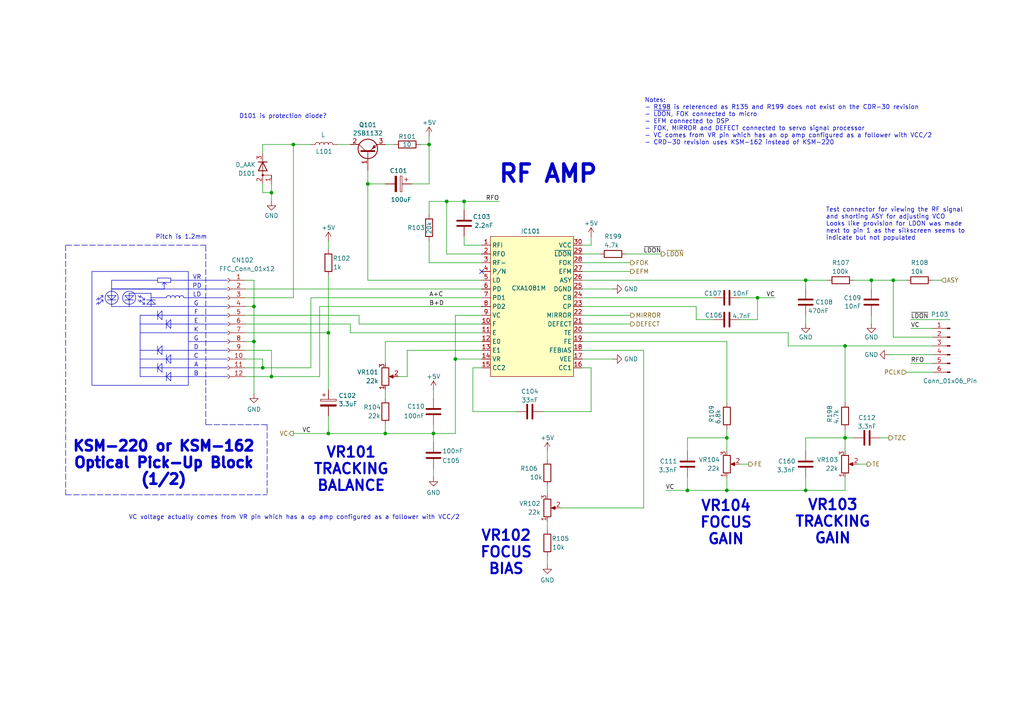
<source format=kicad_sch>
(kicad_sch (version 20231120) (generator "eeschema") (generator_version "8.0")
  (paper "A4")
  (title_block (title "PC-Engine CDR-30A (CD-ROM2) MAIN PWR Reproduction") (date "2025-02-23") (rev "0.1") (company "Author: Regis Galland"))
  (lib_symbols
    (symbol "Connector:Conn_01x06_Pin" (pin_names (offset 1.016) hide)
      (property "Reference" "J" (at 0 7.62 0))
      (property "Value" "Conn_01x06_Pin" (at 0 -10.16 0))
      (symbol "Conn_01x06_Pin_1_1"
        (polyline (pts (xy 1.27 -7.62) (xy 0.8636 -7.62)) (stroke (width 0.1524)))
        (polyline (pts (xy 1.27 -5.08) (xy 0.8636 -5.08)) (stroke (width 0.1524)))
        (polyline (pts (xy 1.27 -2.54) (xy 0.8636 -2.54)) (stroke (width 0.1524)))
        (polyline (pts (xy 1.27 0) (xy 0.8636 0)) (stroke (width 0.1524)))
        (polyline (pts (xy 1.27 2.54) (xy 0.8636 2.54)) (stroke (width 0.1524)))
        (polyline (pts (xy 1.27 5.08) (xy 0.8636 5.08)) (stroke (width 0.1524)))
        (rectangle (start 0.8636 -7.493) (end 0 -7.747) (stroke (width 0.1524)) (fill (type outline)))
        (rectangle (start 0.8636 -4.953) (end 0 -5.207) (stroke (width 0.1524)) (fill (type outline)))
        (rectangle (start 0.8636 -2.413) (end 0 -2.667) (stroke (width 0.1524)) (fill (type outline)))
        (rectangle (start 0.8636 0.127) (end 0 -0.127) (stroke (width 0.1524)) (fill (type outline)))
        (rectangle (start 0.8636 2.667) (end 0 2.413) (stroke (width 0.1524)) (fill (type outline)))
        (rectangle (start 0.8636 5.207) (end 0 4.953) (stroke (width 0.1524)) (fill (type outline)))
        (pin passive line (at 5.08 5.08 180) (length 3.81) (name "Pin_1") (number "1"))
        (pin passive line (at 5.08 2.54 180) (length 3.81) (name "Pin_2") (number "2"))
        (pin passive line (at 5.08 0 180) (length 3.81) (name "Pin_3") (number "3"))
        (pin passive line (at 5.08 -2.54 180) (length 3.81) (name "Pin_4") (number "4"))
        (pin passive line (at 5.08 -5.08 180) (length 3.81) (name "Pin_5") (number "5"))
        (pin passive line (at 5.08 -7.62 180) (length 3.81) (name "Pin_6") (number "6"))
      )
    )
    (symbol "Device:C" (pin_numbers hide) (pin_names (offset 0.254))
      (property "Reference" "C" (at 0.635 2.54 0))
      (property "Value" "C" (at 0.635 -2.54 0))
      (symbol "C_0_1"
        (polyline (pts (xy -2.032 -0.762) (xy 2.032 -0.762)) (stroke (width 0.508)))
        (polyline (pts (xy -2.032 0.762) (xy 2.032 0.762)) (stroke (width 0.508)))
      )
      (symbol "C_1_1"
        (pin passive line (at 0 3.81 270) (length 2.794) (name "~") (number "1"))
        (pin passive line (at 0 -3.81 90) (length 2.794) (name "~") (number "2"))
      )
    )
    (symbol "Device:C_Polarized" (pin_numbers hide) (pin_names (offset 0.254))
      (property "Reference" "C" (at 0.635 2.54 0))
      (property "Value" "C_Polarized" (at 0.635 -2.54 0))
      (symbol "C_Polarized_0_1"
        (rectangle (start -2.286 0.508) (end 2.286 1.016))
        (polyline (pts (xy -1.778 2.286) (xy -0.762 2.286)))
        (polyline (pts (xy -1.27 2.794) (xy -1.27 1.778)))
        (rectangle (start 2.286 -0.508) (end -2.286 -1.016) (fill (type outline)))
      )
      (symbol "C_Polarized_1_1"
        (pin passive line (at 0 3.81 270) (length 2.794) (name "~") (number "1"))
        (pin passive line (at 0 -3.81 90) (length 2.794) (name "~") (number "2"))
      )
    )
    (symbol "Device:D_AAK" (pin_names (offset 0) hide)
      (property "Reference" "D" (at 0 2.54 0))
      (property "Value" "D_AAK" (at 0 -2.54 0))
      (symbol "D_AAK_0_1"
        (polyline (pts (xy -1.27 1.27) (xy -1.27 -1.27)) (stroke (width 0.254)))
        (polyline (pts (xy 1.27 1.27) (xy 1.27 -1.27) (xy -1.27 0) (xy 1.27 1.27)) (stroke (width 0.254)))
        (polyline (pts (xy 3.81 2.54) (xy 2.54 2.54) (xy 2.54 0) (xy -1.27 0)))
        (circle (center 2.54 0) (radius 0.254) (fill (type outline)))
      )
      (symbol "D_AAK_1_1"
        (pin passive line (at 5.08 2.54 180) (length 2.54) (name "A") (number "1"))
        (pin passive line (at 5.08 0 180) (length 2.54) (name "A") (number "2"))
        (pin passive line (at -3.81 0 0) (length 2.54) (name "K") (number "3"))
      )
    )
    (symbol "Device:L" (pin_numbers hide) (pin_names (offset 1.016) hide)
      (property "Reference" "L" (at -1.27 0 90))
      (property "Value" "L" (at 1.905 0 90))
      (symbol "L_0_1"
        (arc (start 0 -2.54) (mid 0.6323 -1.905) (end 0 -1.27))
        (arc (start 0 -1.27) (mid 0.6323 -0.635) (end 0 0))
        (arc (start 0 0) (mid 0.6323 0.635) (end 0 1.27))
        (arc (start 0 1.27) (mid 0.6323 1.905) (end 0 2.54))
      )
      (symbol "L_1_1"
        (pin passive line (at 0 3.81 270) (length 1.27) (name "1") (number "1"))
        (pin passive line (at 0 -3.81 90) (length 1.27) (name "2") (number "2"))
      )
    )
    (symbol "Device:R" (pin_numbers hide) (pin_names (offset 0))
      (property "Reference" "R" (at 2.032 0 90))
      (property "Value" "R" (at 0 0 90))
      (symbol "R_0_1"
        (rectangle (start -1.016 -2.54) (end 1.016 2.54) (stroke (width 0.254)))
      )
      (symbol "R_1_1"
        (pin passive line (at 0 3.81 270) (length 1.27) (name "~") (number "1"))
        (pin passive line (at 0 -3.81 90) (length 1.27) (name "~") (number "2"))
      )
    )
    (symbol "Device:R_Potentiometer" (pin_names (offset 1.016) hide)
      (property "Reference" "RV" (at -4.445 0 90))
      (property "Value" "R_Potentiometer" (at -2.54 0 90))
      (symbol "R_Potentiometer_0_1"
        (polyline (pts (xy 2.54 0) (xy 1.524 0)))
        (polyline (pts (xy 1.143 0) (xy 2.286 0.508) (xy 2.286 -0.508) (xy 1.143 0)) (fill (type outline)))
        (rectangle (start 1.016 2.54) (end -1.016 -2.54) (stroke (width 0.254)))
      )
      (symbol "R_Potentiometer_1_1"
        (pin passive line (at 0 3.81 270) (length 1.27) (name "1") (number "1"))
        (pin passive line (at 3.81 0 180) (length 1.27) (name "2") (number "2"))
        (pin passive line (at 0 -3.81 90) (length 1.27) (name "3") (number "3"))
      )
    )
    (symbol "PC-Engine_CDR-30:2SB1132" (pin_names hide)
      (property "Reference" "Q" (at 10.668 1.016 0))
      (property "Value" "2SB1132" (at 13.716 -1.27 0))
      (symbol "2SB1132_0_1"
        (polyline (pts (xy 5.08 0) (xy 5.715 0)))
        (polyline (pts (xy 7.62 -2.54) (xy 5.715 -0.635)))
        (polyline (pts (xy 7.62 2.54) (xy 5.715 0.635)))
        (polyline (pts (xy 5.715 1.905) (xy 5.715 -1.905) (xy 5.715 -1.905)) (stroke (width 0.508)) (fill (type outline)))
        (polyline (pts (xy 6.858 -2.286) (xy 7.366 -1.778) (xy 6.35 -1.27) (xy 6.858 -2.286) (xy 6.858 -2.286)) (fill (type outline)))
        (circle (center 6.35 0) (radius 2.8194) (stroke (width 0.254)))
      )
      (symbol "2SB1132_1_1"
        (pin input line (at 0 0 0) (length 5.08) (name "B") (number "1"))
        (pin passive line (at 7.62 5.08 270) (length 2.54) (name "C") (number "2"))
        (pin passive line (at 7.62 -5.08 90) (length 2.54) (name "E") (number "3"))
      )
    )
    (symbol "PC-Engine_CDR-30:CXA1081M"
      (property "Reference" "IC" (at -0.635 40.005 0))
      (property "Value" "CXA1081M" (at 7.62 4.445 0))
      (symbol "CXA1081M_0_0"
        (rectangle (start 2.54 2.54) (end 26.67 -38.1) (stroke (width 0.1524)) (fill (type background)))
      )
      (symbol "CXA1081M_1_1"
        (pin input line (at 0 0 0) (length 2.54) (name "RFI") (number "1"))
        (pin input line (at 0 -22.86 0) (length 2.54) (name "F") (number "10"))
        (pin input line (at 0 -25.4 0) (length 2.54) (name "E") (number "11"))
        (pin output line (at 0 -27.94 0) (length 2.54) (name "E0") (number "12"))
        (pin input line (at 0 -30.48 0) (length 2.54) (name "E1") (number "13"))
        (pin power_out line (at 0 -33.02 0) (length 2.54) (name "VR") (number "14"))
        (pin input line (at 0 -35.56 0) (length 2.54) (name "CC2") (number "15"))
        (pin input line (at 29.21 -35.56 180) (length 2.54) (name "CC1") (number "16"))
        (pin power_in line (at 29.21 -33.02 180) (length 2.54) (name "VEE") (number "17"))
        (pin input line (at 29.21 -30.48 180) (length 2.54) (name "FEBIAS") (number "18"))
        (pin output line (at 29.21 -27.94 180) (length 2.54) (name "FE") (number "19"))
        (pin output line (at 0 -2.54 0) (length 2.54) (name "RFO") (number "2"))
        (pin output line (at 29.21 -25.4 180) (length 2.54) (name "TE") (number "20"))
        (pin output line (at 29.21 -22.86 180) (length 2.54) (name "DEFECT") (number "21"))
        (pin input line (at 29.21 -20.32 180) (length 2.54) (name "MIRROR") (number "22"))
        (pin input line (at 29.21 -17.78 180) (length 2.54) (name "CP") (number "23"))
        (pin input line (at 29.21 -15.24 180) (length 2.54) (name "CB") (number "24"))
        (pin power_in line (at 29.21 -12.7 180) (length 2.54) (name "DGND") (number "25"))
        (pin input line (at 29.21 -10.16 180) (length 2.54) (name "ASY") (number "26"))
        (pin output line (at 29.21 -7.62 180) (length 2.54) (name "EFM") (number "27"))
        (pin input line (at 29.21 -5.08 180) (length 2.54) (name "FOK") (number "28"))
        (pin input line (at 29.21 -2.54 180) (length 2.54) (name "~{LDON}") (number "29"))
        (pin input line (at 0 -5.08 0) (length 2.54) (name "RF-") (number "3"))
        (pin power_in line (at 29.21 0 180) (length 2.54) (name "VCC") (number "30"))
        (pin input line (at 0 -7.62 0) (length 2.54) (name "P/N") (number "4"))
        (pin output line (at 0 -10.16 0) (length 2.54) (name "LD") (number "5"))
        (pin input line (at 0 -12.7 0) (length 2.54) (name "PD") (number "6"))
        (pin input line (at 0 -15.24 0) (length 2.54) (name "PD1") (number "7"))
        (pin input line (at 0 -17.78 0) (length 2.54) (name "PD2") (number "8"))
        (pin power_in line (at 0 -20.32 0) (length 2.54) (name "VC") (number "9"))
      )
    )
    (symbol "PC-Engine_CDR-30:FFC_Conn_01x12" (pin_names (offset 1.016) hide)
      (property "Reference" "J" (at 0 15.24 0))
      (property "Value" "FFC_Conn_01x12" (at 0 -17.78 0))
      (symbol "FFC_Conn_01x12_1_1"
        (arc (start 0 -14.732) (mid -0.5058 -15.24) (end 0 -15.748) (stroke (width 0.1524)))
        (arc (start 0 -12.192) (mid -0.5058 -12.7) (end 0 -13.208) (stroke (width 0.1524)))
        (arc (start 0 -9.652) (mid -0.5058 -10.16) (end 0 -10.668) (stroke (width 0.1524)))
        (arc (start 0 -7.112) (mid -0.5058 -7.62) (end 0 -8.128) (stroke (width 0.1524)))
        (arc (start 0 -4.572) (mid -0.5058 -5.08) (end 0 -5.588) (stroke (width 0.1524)))
        (arc (start 0 -2.032) (mid -0.5058 -2.54) (end 0 -3.048) (stroke (width 0.1524)))
        (polyline (pts (xy -1.27 -15.24) (xy -0.508 -15.24)) (stroke (width 0.1524)))
        (polyline (pts (xy -1.27 -12.7) (xy -0.508 -12.7)) (stroke (width 0.1524)))
        (polyline (pts (xy -1.27 -10.16) (xy -0.508 -10.16)) (stroke (width 0.1524)))
        (polyline (pts (xy -1.27 -7.62) (xy -0.508 -7.62)) (stroke (width 0.1524)))
        (polyline (pts (xy -1.27 -5.08) (xy -0.508 -5.08)) (stroke (width 0.1524)))
        (polyline (pts (xy -1.27 -2.54) (xy -0.508 -2.54)) (stroke (width 0.1524)))
        (polyline (pts (xy -1.27 0) (xy -0.508 0)) (stroke (width 0.1524)))
        (polyline (pts (xy -1.27 2.54) (xy -0.508 2.54)) (stroke (width 0.1524)))
        (polyline (pts (xy -1.27 5.08) (xy -0.508 5.08)) (stroke (width 0.1524)))
        (polyline (pts (xy -1.27 7.62) (xy -0.508 7.62)) (stroke (width 0.1524)))
        (polyline (pts (xy -1.27 10.16) (xy -0.508 10.16)) (stroke (width 0.1524)))
        (polyline (pts (xy -1.27 12.7) (xy -0.508 12.7)) (stroke (width 0.1524)))
        (arc (start 0 0.508) (mid -0.5058 0) (end 0 -0.508) (stroke (width 0.1524)))
        (arc (start 0 3.048) (mid -0.5058 2.54) (end 0 2.032) (stroke (width 0.1524)))
        (arc (start 0 5.588) (mid -0.5058 5.08) (end 0 4.572) (stroke (width 0.1524)))
        (arc (start 0 8.128) (mid -0.5058 7.62) (end 0 7.112) (stroke (width 0.1524)))
        (arc (start 0 10.668) (mid -0.5058 10.16) (end 0 9.652) (stroke (width 0.1524)))
        (arc (start 0 13.208) (mid -0.5058 12.7) (end 0 12.192) (stroke (width 0.1524)))
        (pin passive line (at -5.08 12.7 0) (length 3.81) (name "Pin_1") (number "1"))
        (pin passive line (at -5.08 -10.16 0) (length 3.81) (name "Pin_10") (number "10"))
        (pin passive line (at -5.08 -12.7 0) (length 3.81) (name "Pin_11") (number "11"))
        (pin passive line (at -5.08 -15.24 0) (length 3.81) (name "Pin_12") (number "12"))
        (pin passive line (at -5.08 10.16 0) (length 3.81) (name "Pin_2") (number "2"))
        (pin passive line (at -5.08 7.62 0) (length 3.81) (name "Pin_3") (number "3"))
        (pin passive line (at -5.08 5.08 0) (length 3.81) (name "Pin_4") (number "4"))
        (pin passive line (at -5.08 2.54 0) (length 3.81) (name "Pin_5") (number "5"))
        (pin passive line (at -5.08 0 0) (length 3.81) (name "Pin_6") (number "6"))
        (pin passive line (at -5.08 -2.54 0) (length 3.81) (name "Pin_7") (number "7"))
        (pin passive line (at -5.08 -5.08 0) (length 3.81) (name "Pin_8") (number "8"))
        (pin passive line (at -5.08 -7.62 0) (length 3.81) (name "Pin_9") (number "9"))
      )
    )
    (symbol "power:+5V" (power) (pin_numbers hide) (pin_names (offset 0) hide)
      (property "Value" "+5V" (at 0 3.556 0))
      (symbol "+5V_0_1"
        (polyline (pts (xy -0.762 1.27) (xy 0 2.54)))
        (polyline (pts (xy 0 0) (xy 0 2.54)))
        (polyline (pts (xy 0 2.54) (xy 0.762 1.27)))
      )
      (symbol "+5V_1_1"
        (pin power_in line (at 0 0 90) (length 0) (name "~") (number "1"))
      )
    )
    (symbol "power:GND" (power) (pin_numbers hide) (pin_names (offset 0) hide)
      (property "Value" "GND" (at 0 -3.81 0))
      (symbol "GND_0_1"
        (polyline (pts (xy 0 0) (xy 0 -1.27) (xy 1.27 -1.27) (xy 0 -2.54) (xy -1.27 -1.27) (xy 0 -1.27)))
      )
      (symbol "GND_1_1"
        (pin power_in line (at 0 0 270) (length 0) (name "~") (number "1"))
      )
    )
  )
  (junction (at 76.2 106.68))
  (junction (at 111.76 125.73))
  (junction (at 106.68 53.34))
  (junction (at 132.08 104.14))
  (junction (at 245.11 100.33))
  (junction (at 129.54 58.42))
  (junction (at 233.68 142.24))
  (junction (at 210.82 127))
  (junction (at 78.74 55.88))
  (junction (at 219.71 86.36))
  (junction (at 199.39 142.24))
  (junction (at 78.74 109.22))
  (junction (at 125.73 125.73))
  (junction (at 73.66 88.9))
  (junction (at 95.25 96.52))
  (junction (at 210.82 142.24))
  (junction (at 134.62 58.42))
  (junction (at 233.68 81.28))
  (junction (at 245.11 127))
  (junction (at 85.09 41.91))
  (junction (at 252.73 81.28))
  (junction (at 95.25 125.73))
  (junction (at 124.46 41.91))
  (junction (at 259.08 81.28))
  (junction (at 73.66 99.06))
  (no_connect (at 139.7 78.74))
  (polyline (pts (xy 41.275 88.265) (xy 41.91 88.265)))
  (wire (pts (xy 134.62 71.12) (xy 139.7 71.12)))
  (wire (pts (xy 158.75 130.81) (xy 158.75 133.35)))
  (wire (pts (xy 104.14 91.44) (xy 71.12 91.44)))
  (wire (pts (xy 158.75 140.97) (xy 158.75 143.51)))
  (wire (pts (xy 106.68 53.34) (xy 106.68 81.28)))
  (wire (pts (xy 106.68 53.34) (xy 111.76 53.34)))
  (polyline (pts (xy 19.05 71.12) (xy 19.05 143.51)) (stroke (width 0) (type dash)))
  (polyline (pts (xy 32.385 88.9) (xy 54.61 88.9)))
  (wire (pts (xy 124.46 53.34) (xy 119.38 53.34)))
  (polyline (pts (xy 45.085 88.265) (xy 42.545 88.265)))
  (polyline (pts (xy 32.385 83.82) (xy 32.385 88.9)))
  (wire (pts (xy 168.91 99.06) (xy 210.82 99.06)))
  (wire (pts (xy 111.76 125.73) (xy 111.76 123.19)))
  (polyline (pts (xy 59.69 71.12) (xy 19.05 71.12)) (stroke (width 0) (type dash)))
  (wire (pts (xy 210.82 142.24) (xy 233.68 142.24)))
  (wire (pts (xy 71.12 106.68) (xy 76.2 106.68)))
  (wire (pts (xy 111.76 125.73) (xy 125.73 125.73)))
  (wire (pts (xy 125.73 125.73) (xy 125.73 128.27)))
  (polyline (pts (xy 37.465 86.995) (xy 36.195 85.725)))
  (wire (pts (xy 134.62 58.42) (xy 144.78 58.42)))
  (polyline (pts (xy 66.04 109.22) (xy 40.64 109.22)))
  (polyline (pts (xy 47.625 81.915) (xy 47.625 83.82)))
  (polyline (pts (xy 41.275 86.995) (xy 41.91 86.995)))
  (wire (pts (xy 255.27 127) (xy 257.81 127)))
  (wire (pts (xy 73.66 81.28) (xy 71.12 81.28)))
  (polyline (pts (xy 40.64 93.98) (xy 66.04 93.98)))
  (polyline (pts (xy 45.72 91.44) (xy 46.99 92.71)))
  (wire (pts (xy 248.92 134.62) (xy 251.46 134.62)))
  (wire (pts (xy 245.11 138.43) (xy 245.11 142.24)))
  (polyline (pts (xy 32.385 86.995) (xy 33.655 85.725)))
  (polyline (pts (xy 41.91 88.265) (xy 41.91 87.63)))
  (polyline (pts (xy 40.64 104.14) (xy 66.04 104.14)))
  (polyline (pts (xy 31.115 86.995) (xy 33.655 86.995)))
  (wire (pts (xy 182.88 78.74) (xy 168.91 78.74)))
  (wire (pts (xy 259.08 81.28) (xy 262.89 81.28)))
  (wire (pts (xy 214.63 86.36) (xy 219.71 86.36)))
  (polyline (pts (xy 48.26 102.87) (xy 48.26 105.41)))
  (wire (pts (xy 132.08 104.14) (xy 132.08 125.73)))
  (polyline (pts (xy 45.72 106.68) (xy 46.99 105.41)))
  (polyline (pts (xy 40.64 99.06) (xy 40.64 91.44)))
  (wire (pts (xy 90.17 86.36) (xy 139.7 86.36)))
  (wire (pts (xy 124.46 69.85) (xy 124.46 76.2)))
  (polyline (pts (xy 48.26 92.71) (xy 48.26 95.25)))
  (wire (pts (xy 124.46 41.91) (xy 121.92 41.91)))
  (polyline (pts (xy 43.815 86.995) (xy 45.085 88.265)))
  (wire (pts (xy 199.39 127) (xy 199.39 130.81)))
  (polyline (pts (xy 28.575 88.265) (xy 29.845 86.995)))
  (wire (pts (xy 270.51 81.28) (xy 273.05 81.28)))
  (wire (pts (xy 73.66 88.9) (xy 73.66 99.06)))
  (wire (pts (xy 182.88 93.98) (xy 168.91 93.98)))
  (wire (pts (xy 129.54 73.66) (xy 139.7 73.66)))
  (wire (pts (xy 168.91 88.9) (xy 201.93 88.9)))
  (wire (pts (xy 247.65 81.28) (xy 252.73 81.28)))
  (wire (pts (xy 111.76 41.91) (xy 114.3 41.91)))
  (wire (pts (xy 78.74 58.42) (xy 78.74 55.88)))
  (wire (pts (xy 132.08 125.73) (xy 125.73 125.73)))
  (wire (pts (xy 129.54 58.42) (xy 124.46 58.42)))
  (wire (pts (xy 210.82 124.46) (xy 210.82 127)))
  (wire (pts (xy 76.2 41.91) (xy 85.09 41.91)))
  (wire (pts (xy 124.46 58.42) (xy 124.46 62.23)))
  (polyline (pts (xy 46.99 82.55) (xy 47.625 81.915)))
  (wire (pts (xy 210.82 99.06) (xy 210.82 116.84)))
  (wire (pts (xy 101.6 93.98) (xy 101.6 96.52)))
  (polyline (pts (xy 77.47 123.19) (xy 59.69 123.19)) (stroke (width 0) (type dash)))
  (polyline (pts (xy 28.575 86.995) (xy 29.845 85.725)))
  (wire (pts (xy 71.12 109.22) (xy 78.74 109.22)))
  (polyline (pts (xy 66.04 83.82) (xy 32.385 83.82)))
  (wire (pts (xy 158.75 151.13) (xy 158.75 153.67)))
  (wire (pts (xy 252.73 93.98) (xy 252.73 91.44)))
  (polyline (pts (xy 29.21 86.995) (xy 29.845 86.995)))
  (polyline (pts (xy 29.845 85.725) (xy 29.845 86.36)))
  (polyline (pts (xy 31.115 85.725) (xy 33.655 85.725)))
  (wire (pts (xy 207.01 92.71) (xy 201.93 92.71)))
  (polyline (pts (xy 27.94 86.995) (xy 28.575 86.36)))
  (polyline (pts (xy 40.64 91.44) (xy 66.04 91.44)))
  (wire (pts (xy 182.88 91.44) (xy 168.91 91.44)))
  (polyline (pts (xy 43.815 85.09) (xy 43.815 86.36)))
  (wire (pts (xy 264.16 95.25) (xy 270.51 95.25)))
  (polyline (pts (xy 49.53 81.28) (xy 66.04 81.28)))
  (polyline (pts (xy 28.575 86.36) (xy 28.575 86.995)))
  (polyline (pts (xy 45.72 105.41) (xy 45.72 107.95)))
  (wire (pts (xy 139.7 106.68) (xy 137.16 106.68)))
  (wire (pts (xy 139.7 99.06) (xy 111.76 99.06)))
  (polyline (pts (xy 40.64 106.68) (xy 66.04 106.68)))
  (polyline (pts (xy 37.465 85.09) (xy 37.465 88.9)))
  (polyline (pts (xy 45.72 106.68) (xy 46.99 107.95)))
  (wire (pts (xy 245.11 100.33) (xy 270.51 100.33)))
  (wire (pts (xy 71.12 93.98) (xy 101.6 93.98)))
  (wire (pts (xy 106.68 81.28) (xy 139.7 81.28)))
  (polyline (pts (xy 43.815 86.995) (xy 42.545 88.265)))
  (polyline (pts (xy 29.21 85.725) (xy 29.845 85.725)))
  (wire (pts (xy 252.73 81.28) (xy 252.73 83.82)))
  (polyline (pts (xy 46.99 100.33) (xy 46.99 102.87)))
  (polyline (pts (xy 37.465 85.09) (xy 43.815 85.09)))
  (wire (pts (xy 71.12 83.82) (xy 139.7 83.82)))
  (wire (pts (xy 76.2 104.14) (xy 76.2 106.68)))
  (wire (pts (xy 71.12 88.9) (xy 73.66 88.9)))
  (wire (pts (xy 111.76 115.57) (xy 111.76 113.03)))
  (polyline (pts (xy 29.845 86.995) (xy 29.845 87.63)))
  (polyline (pts (xy 32.385 83.82) (xy 47.625 83.82)))
  (polyline (pts (xy 36.195 86.995) (xy 38.735 86.995)))
  (wire (pts (xy 85.09 125.73) (xy 95.25 125.73)))
  (wire (pts (xy 193.04 142.24) (xy 199.39 142.24)))
  (polyline (pts (xy 48.26 104.14) (xy 49.53 102.87)))
  (polyline (pts (xy 54.61 99.06) (xy 66.04 99.06)))
  (polyline (pts (xy 37.465 86.995) (xy 38.735 85.725)))
  (wire (pts (xy 233.68 142.24) (xy 233.68 138.43)))
  (polyline (pts (xy 45.72 100.33) (xy 45.72 102.87)))
  (polyline (pts (xy 43.815 88.9) (xy 43.815 86.36)))
  (wire (pts (xy 210.82 142.24) (xy 210.82 138.43)))
  (wire (pts (xy 157.48 119.38) (xy 171.45 119.38)))
  (wire (pts (xy 118.11 101.6) (xy 139.7 101.6)))
  (polyline (pts (xy 47.625 81.915) (xy 48.26 82.55)))
  (wire (pts (xy 264.16 92.71) (xy 275.59 92.71)))
  (wire (pts (xy 210.82 127) (xy 199.39 127)))
  (wire (pts (xy 233.68 81.28) (xy 233.68 83.82)))
  (wire (pts (xy 132.08 91.44) (xy 132.08 104.14)))
  (wire (pts (xy 124.46 41.91) (xy 124.46 53.34)))
  (wire (pts (xy 173.99 73.66) (xy 168.91 73.66)))
  (wire (pts (xy 139.7 104.14) (xy 132.08 104.14)))
  (wire (pts (xy 137.16 106.68) (xy 137.16 119.38)))
  (wire (pts (xy 168.91 83.82) (xy 177.8 83.82)))
  (wire (pts (xy 106.68 49.53) (xy 106.68 53.34)))
  (polyline (pts (xy 19.05 143.51) (xy 77.47 143.51)) (stroke (width 0) (type dash)))
  (polyline (pts (xy 32.385 81.28) (xy 32.385 83.82)))
  (polyline (pts (xy 28.575 87.63) (xy 28.575 88.265)))
  (polyline (pts (xy 27.94 88.265) (xy 28.575 87.63)))
  (polyline (pts (xy 49.53 107.95) (xy 49.53 110.49)))
  (wire (pts (xy 245.11 124.46) (xy 245.11 127)))
  (polyline (pts (xy 46.99 90.17) (xy 46.99 92.71)))
  (polyline (pts (xy 48.26 93.98) (xy 49.53 92.71)))
  (wire (pts (xy 124.46 76.2) (xy 139.7 76.2)))
  (wire (pts (xy 71.12 104.14) (xy 76.2 104.14)))
  (polyline (pts (xy 40.005 85.725) (xy 40.64 86.36)))
  (wire (pts (xy 73.66 88.9) (xy 73.66 81.28)))
  (polyline (pts (xy 49.53 102.87) (xy 49.53 105.41)))
  (wire (pts (xy 78.74 53.34) (xy 78.74 55.88)))
  (polyline (pts (xy 45.72 101.6) (xy 46.99 102.87)))
  (wire (pts (xy 210.82 130.81) (xy 210.82 127)))
  (polyline (pts (xy 46.99 105.41) (xy 46.99 107.95)))
  (polyline (pts (xy 40.005 86.995) (xy 40.64 87.63)))
  (wire (pts (xy 118.11 101.6) (xy 118.11 109.22)))
  (wire (pts (xy 168.91 104.14) (xy 177.8 104.14)))
  (wire (pts (xy 90.17 106.68) (xy 90.17 86.36)))
  (wire (pts (xy 76.2 41.91) (xy 76.2 44.45)))
  (wire (pts (xy 101.6 96.52) (xy 139.7 96.52)))
  (wire (pts (xy 191.77 73.66) (xy 181.61 73.66)))
  (wire (pts (xy 71.12 96.52) (xy 95.25 96.52)))
  (wire (pts (xy 124.46 39.37) (xy 124.46 41.91)))
  (wire (pts (xy 214.63 92.71) (xy 219.71 92.71)))
  (wire (pts (xy 168.91 81.28) (xy 233.68 81.28)))
  (wire (pts (xy 247.65 127) (xy 245.11 127)))
  (wire (pts (xy 85.09 41.91) (xy 90.17 41.91)))
  (wire (pts (xy 111.76 125.73) (xy 95.25 125.73)))
  (wire (pts (xy 259.08 97.79) (xy 270.51 97.79)))
  (wire (pts (xy 252.73 81.28) (xy 259.08 81.28)))
  (wire (pts (xy 245.11 127) (xy 245.11 130.81)))
  (polyline (pts (xy 40.64 109.22) (xy 40.64 101.6)))
  (wire (pts (xy 134.62 68.58) (xy 134.62 71.12)))
  (wire (pts (xy 168.91 86.36) (xy 207.01 86.36)))
  (wire (pts (xy 264.16 105.41) (xy 270.51 105.41)))
  (wire (pts (xy 104.14 91.44) (xy 104.14 93.98)))
  (wire (pts (xy 199.39 142.24) (xy 210.82 142.24)))
  (wire (pts (xy 73.66 99.06) (xy 73.66 114.3)))
  (wire (pts (xy 168.91 71.12) (xy 171.45 71.12)))
  (wire (pts (xy 201.93 92.71) (xy 201.93 88.9)))
  (wire (pts (xy 78.74 101.6) (xy 71.12 101.6)))
  (wire (pts (xy 245.11 142.24) (xy 233.68 142.24)))
  (wire (pts (xy 95.25 69.85) (xy 95.25 72.39)))
  (wire (pts (xy 78.74 55.88) (xy 76.2 55.88)))
  (wire (pts (xy 97.79 41.91) (xy 101.6 41.91)))
  (wire (pts (xy 245.11 127) (xy 233.68 127)))
  (polyline (pts (xy 45.72 91.44) (xy 46.99 90.17)))
  (wire (pts (xy 76.2 106.68) (xy 90.17 106.68)))
  (polyline (pts (xy 32.385 81.28) (xy 45.72 81.28)))
  (wire (pts (xy 219.71 86.36) (xy 219.71 92.71)))
  (wire (pts (xy 129.54 58.42) (xy 134.62 58.42)))
  (wire (pts (xy 168.91 96.52) (xy 228.6 96.52)))
  (polyline (pts (xy 59.69 123.19) (xy 59.69 71.12)) (stroke (width 0) (type dash)))
  (wire (pts (xy 78.74 101.6) (xy 78.74 109.22)))
  (wire (pts (xy 125.73 135.89) (xy 125.73 138.43)))
  (wire (pts (xy 78.74 109.22) (xy 92.71 109.22)))
  (wire (pts (xy 118.11 109.22) (xy 115.57 109.22)))
  (wire (pts (xy 158.75 161.29) (xy 158.75 163.83)))
  (polyline (pts (xy 45.72 90.17) (xy 45.72 92.71)))
  (wire (pts (xy 76.2 55.88) (xy 76.2 53.34)))
  (polyline (pts (xy 40.64 99.06) (xy 40.64 101.6)))
  (wire (pts (xy 233.68 81.28) (xy 240.03 81.28)))
  (polyline (pts (xy 48.26 104.14) (xy 49.53 105.41)))
  (polyline (pts (xy 40.64 101.6) (xy 66.04 101.6)))
  (wire (pts (xy 134.62 60.96) (xy 134.62 58.42)))
  (polyline (pts (xy 53.34 86.36) (xy 66.04 86.36)))
  (wire (pts (xy 137.16 119.38) (xy 149.86 119.38)))
  (wire (pts (xy 139.7 93.98) (xy 104.14 93.98)))
  (wire (pts (xy 214.63 134.62) (xy 217.17 134.62)))
  (wire (pts (xy 233.68 91.44) (xy 233.68 93.98)))
  (polyline (pts (xy 48.26 109.22) (xy 49.53 107.95)))
  (polyline (pts (xy 40.64 87.63) (xy 40.64 86.995)))
  (wire (pts (xy 245.11 100.33) (xy 245.11 116.84)))
  (wire (pts (xy 219.71 86.36) (xy 224.79 86.36)))
  (wire (pts (xy 171.45 68.58) (xy 171.45 71.12)))
  (wire (pts (xy 139.7 91.44) (xy 132.08 91.44)))
  (wire (pts (xy 182.88 76.2) (xy 168.91 76.2)))
  (wire (pts (xy 259.08 81.28) (xy 259.08 97.79)))
  (wire (pts (xy 71.12 99.06) (xy 73.66 99.06)))
  (wire (pts (xy 95.25 96.52) (xy 95.25 113.03)))
  (wire (pts (xy 168.91 101.6) (xy 186.69 101.6)))
  (wire (pts (xy 125.73 125.73) (xy 125.73 123.19)))
  (polyline (pts (xy 54.61 88.9) (xy 66.04 88.9)))
  (wire (pts (xy 71.12 86.36) (xy 85.09 86.36)))
  (wire (pts (xy 95.25 80.01) (xy 95.25 96.52)))
  (wire (pts (xy 111.76 99.06) (xy 111.76 105.41)))
  (polyline (pts (xy 40.64 85.725) (xy 41.91 86.995)))
  (wire (pts (xy 270.51 102.87) (xy 257.81 102.87)))
  (wire (pts (xy 129.54 58.42) (xy 129.54 73.66)))
  (polyline (pts (xy 48.26 109.22) (xy 49.53 110.49)))
  (polyline (pts (xy 48.26 107.95) (xy 48.26 110.49)))
  (polyline (pts (xy 45.72 101.6) (xy 46.99 100.33)))
  (wire (pts (xy 95.25 120.65) (xy 95.25 125.73)))
  (polyline (pts (xy 36.195 85.725) (xy 38.735 85.725)))
  (wire (pts (xy 233.68 127) (xy 233.68 130.81)))
  (wire (pts (xy 228.6 96.52) (xy 228.6 100.33)))
  (polyline (pts (xy 48.26 93.98) (xy 49.53 95.25)))
  (polyline (pts (xy 43.815 86.36) (xy 48.26 86.36)))
  (polyline (pts (xy 40.64 86.995) (xy 41.91 88.265)))
  (polyline (pts (xy 40.64 96.52) (xy 66.04 96.52)))
  (wire (pts (xy 270.51 107.95) (xy 262.89 107.95)))
  (polyline (pts (xy 40.64 86.36) (xy 40.64 85.725)))
  (wire (pts (xy 162.56 147.32) (xy 186.69 147.32)))
  (wire (pts (xy 85.09 41.91) (xy 85.09 86.36)))
  (polyline (pts (xy 45.085 86.995) (xy 42.545 86.995)))
  (wire (pts (xy 228.6 100.33) (xy 245.11 100.33)))
  (wire (pts (xy 171.45 119.38) (xy 171.45 106.68)))
  (wire (pts (xy 199.39 138.43) (xy 199.39 142.24)))
  (polyline (pts (xy 49.53 92.71) (xy 49.53 95.25)))
  (wire (pts (xy 171.45 106.68) (xy 168.91 106.68)))
  (wire (pts (xy 92.71 109.22) (xy 92.71 88.9)))
  (polyline (pts (xy 41.91 86.995) (xy 41.91 86.36)))
  (wire (pts (xy 125.73 113.03) (xy 125.73 115.57)))
  (polyline (pts (xy 77.47 123.19) (xy 77.47 143.51)) (stroke (width 0) (type dash)))
  (wire (pts (xy 186.69 101.6) (xy 186.69 147.32)))
  (polyline (pts (xy 32.385 86.995) (xy 31.115 85.725)))
  (wire (pts (xy 92.71 88.9) (xy 139.7 88.9)))
  (arc (start 52.07 86.36) (mid 52.705 85.725) (end 53.34 86.36))
  (arc (start 50.8 86.36) (mid 51.435 85.725) (end 52.07 86.36))
  (circle (center 37.465 86.36) (radius 1.905))
  (rectangle (start 26.67 78.74) (end 54.61 111.76))
  (circle (center 32.385 86.36) (radius 1.905))
  (rectangle (start 45.72 80.645) (end 49.53 81.915))
  (arc (start 48.26 86.36) (mid 48.895 85.725) (end 49.53 86.36))
  (arc (start 49.53 86.36) (mid 50.165 85.725) (end 50.8 86.36))
  (text "C" (at 56.896 103.378 0) (effects (font (size 1.27 1.27))))
  (text "LD" (at 57.15 85.598 0) (effects (font (size 1.27 1.27))))
  (text "RF AMP" (at 159.004 50.546 0) (effects (font (size 5 5) (thickness 1) (bold yes))))
  (text "G" (at 56.896 88.138 0) (effects (font (size 1.27 1.27))))
  (text "D" (at 56.896 100.838 0) (effects (font (size 1.27 1.27))))
  (text "VR" (at 57.15 80.518 0) (effects (font (size 1.27 1.27))))
  (text "Pitch is 1.2mm" (at 52.578 68.834 0) (effects (font (size 1.27 1.27))))
  (text "K" (at 56.896 95.758 0) (effects (font (size 1.27 1.27))))
  (text "B" (at 56.896 108.458 0) (effects (font (size 1.27 1.27))))
  (text "Test connector for viewing the RF signal\nand shorting ASY for adjusting VCO\nLooks like provision for LDON was made\nnext to pin 1 as the silkscreen seems to\nindicate but not populated" (at 239.522 69.85 0) (effects (font (size 1.27 1.27)) (justify left bottom)))
  (text "Notes:\n- R198 is relerenced as R135 and R199 does not exist on the CDR-30 revision\n- ~{LDON}, FOK connected to micro\n- EFM connected to DSP\n- FOK, MIRROR and DEFECT connected to servo signal processor\n- VC comes from VR pin which has an op amp configured as a follower with VCC/2\n- CRD-30 revision uses KSM-162 instead of KSM-220" (at 186.944 35.306 0) (effects (font (size 1.27 1.27)) (justify left)))
  (text "PD" (at 57.15 83.058 0) (effects (font (size 1.27 1.27))))
  (text "D101 is protection diode?" (at 69.342 34.544 0) (effects (font (size 1.27 1.27)) (justify left bottom)))
  (text "A" (at 56.896 105.918 0) (effects (font (size 1.27 1.27))))
  (text "KSM-220 or KSM-162\nOptical Pick-Up Block\n(1/2)" (at 47.498 134.366 0) (effects (font (size 3 3) (thickness 1) (bold yes))))
  (text "F" (at 56.896 90.678 0) (effects (font (size 1.27 1.27))))
  (text "VR103\nTRACKING\nGAIN\n" (at 241.554 157.988 0) (effects (font (size 3 3) (thickness 0.6) (bold yes)) (justify bottom)))
  (text "VC voltage actually comes from VR pin which has a op amp configured as a follower with VCC/2" (at 85.344 150.114 0) (effects (font (size 1.27 1.27))))
  (text "G" (at 56.896 98.298 0) (effects (font (size 1.27 1.27))))
  (text "VR104\nFOCUS\nGAIN\n" (at 210.566 158.242 0) (effects (font (size 3 3) (thickness 0.6) (bold yes)) (justify bottom)))
  (text "VR101\nTRACKING\nBALANCE" (at 101.854 142.748 0) (effects (font (size 3 3) (thickness 0.6) (bold yes)) (justify bottom)))
  (text "VR102\nFOCUS\nBIAS" (at 146.812 166.878 0) (effects (font (size 3 3) (thickness 0.6) (bold yes)) (justify bottom)))
  (text "E" (at 56.896 93.218 0) (effects (font (size 1.27 1.27))))
  (label "A+C" (at 124.46 86.36 0))
  (label "VC" (at 87.63 125.73 0))
  (label "VC" (at 224.79 86.36 180))
  (label "~{LDON}" (at 264.16 92.71 0))
  (label "VC" (at 193.04 142.24 0))
  (label "~{LDON}" (at 191.77 73.66 180))
  (label "VC" (at 264.16 95.25 0))
  (label "RFO" (at 144.78 58.42 180))
  (label "RFO" (at 264.16 105.41 0))
  (label "B+D" (at 124.46 88.9 0))
  (hierarchical_label "TZC" (shape output) (at 257.81 127 0))
  (hierarchical_label "ASY" (shape input) (at 273.05 81.28 0))
  (hierarchical_label "EFM" (shape output) (at 182.88 78.74 0))
  (hierarchical_label "FE" (shape output) (at 217.17 134.62 0))
  (hierarchical_label "TE" (shape output) (at 251.46 134.62 0))
  (hierarchical_label "VC" (shape output) (at 85.09 125.73 180))
  (hierarchical_label "FOK" (shape output) (at 182.88 76.2 0))
  (hierarchical_label "MIRROR" (shape output) (at 182.88 91.44 0))
  (hierarchical_label "DEFECT" (shape output) (at 182.88 93.98 0))
  (hierarchical_label "~{LDON}" (shape output) (at 191.77 73.66 0))
  (hierarchical_label "PCLK" (shape input) (at 262.89 107.95 180))
  (symbol (lib_id "Device:R") (at 177.8 73.66 90) (mirror x) (unit 1)
    (property "Reference" "R199" (at 175.26 68.58 90) (effects (justify right)))
    (property "Value" "4.7k" (at 175.26 71.12 90) (effects (justify right)))
    (property "Footprint" "Resistor_SMD:R_0603_1608Metric" (effects (hide yes)))
  )
  (symbol (lib_id "Device:C") (at 134.62 64.77 0) (unit 1)
    (property "Reference" "C103" (at 139.7 62.865 0))
    (property "Value" "2.2nF" (at 140.335 65.405 0))
    (property "Footprint" "Capacitor_SMD:C_0603_1608Metric" (effects (hide yes)))
  )
  (symbol (lib_id "power:GND") (at 73.66 114.3 0) (unit 1)
    (property "Reference" "#PWR0129" (effects (hide yes)))
    (property "Value" "GND" (at 73.66 118.7434 0))
    (property "Description" "Power symbol creates a global label with name \"GND\" , ground" (effects (hide yes)))
  )
  (symbol (lib_id "Connector:Conn_01x06_Pin") (at 275.59 100.33 0) (mirror y) (unit 1)
    (property "Reference" "P103" (at 272.542 91.186 0))
    (property "Value" "Conn_01x06_Pin" (at 275.59 110.49 0))
    (property "Footprint" "Connector_PinHeader_2.00mm:PinHeader_1x06_P2.00mm_Horizontal" (effects (hide yes)))
    (property "Description" "Generic connector, single row, 01x06, script generated" (effects (hide yes)))
  )
  (symbol (lib_id "Device:R_Potentiometer") (at 210.82 134.62 0) (mirror x) (unit 1)
    (property "Reference" "VR104" (at 205.74 133.35 0))
    (property "Value" "22k" (at 207.01 135.89 0))
    (property "Footprint" "Potentiometer_THT:Potentiometer_ACP_CA6-H2,5_Horizontal" (effects (hide yes)))
  )
  (symbol (lib_id "Device:C") (at 252.73 87.63 0) (mirror x) (unit 1)
    (property "Reference" "C109" (at 249.8091 86.4178 0) (effects (justify right)))
    (property "Value" "10nF" (at 249.8091 88.8421 0) (effects (justify right)))
    (property "Footprint" "Capacitor_SMD:C_0603_1608Metric" (effects (hide yes)))
  )
  (symbol (lib_id "PC-Engine_CDR-30:CXA1081M") (at 139.7 71.12 0) (unit 1)
    (property "Reference" "IC101" (at 153.924 67.056 0))
    (property "Value" "CXA1081M" (at 148.336 83.566 0) (effects (justify left)))
    (property "Footprint" "PC-Engine_CDR-30A:SOIC-30W_7.5x20.0mm_P1.27mm" (effects (hide yes)))
    (property "Datasheet" "https://wiki.console5.com/tw/images/a/a1/KA9201.pdf" (effects (hide yes)))
    (property "Description" "RF Amp for CD players" (effects (hide yes)))
  )
  (symbol (lib_id "power:GND") (at 125.73 138.43 0) (unit 1)
    (property "Reference" "#PWR0156" (effects (hide yes)))
    (property "Value" "GND" (at 125.73 142.8734 0))
    (property "Description" "Power symbol creates a global label with name \"GND\" , ground" (effects (hide yes)))
  )
  (symbol (lib_id "Device:C_Polarized") (at 95.25 116.84 0) (unit 1)
    (property "Reference" "C102" (at 98.171 114.7388 0) (effects (justify left)))
    (property "Value" "3.3uF" (at 98.171 117.1631 0) (effects (justify left)))
    (property "Footprint" "Capacitor_SMD:CP_Elec_4x5.4" (effects (hide yes)))
  )
  (symbol (lib_id "power:GND") (at 233.68 93.98 0) (unit 1)
    (property "Reference" "#PWR090" (effects (hide yes)))
    (property "Value" "GND" (at 233.68 97.79 0))
    (property "Description" "Power symbol creates a global label with name \"GND\" , ground" (effects (hide yes)))
  )
  (symbol (lib_id "power:+5V") (at 124.46 39.37 0) (unit 1)
    (property "Reference" "#PWR076" (effects (hide yes)))
    (property "Value" "+5V" (at 124.46 35.56 0))
    (property "Description" "Power symbol creates a global label with name \"+5V\"" (effects (hide yes)))
  )
  (symbol (lib_id "Device:R") (at 95.25 76.2 0) (mirror x) (unit 1)
    (property "Reference" "R102" (at 101.6 74.93 0) (effects (justify right)))
    (property "Value" "1k" (at 99.06 77.47 0) (effects (justify right)))
    (property "Footprint" "Resistor_SMD:R_0603_1608Metric" (effects (hide yes)))
  )
  (symbol (lib_id "PC-Engine_CDR-30:2SB1132") (at 106.68 49.53 90) (unit 1)
    (property "Reference" "Q101" (at 106.68 36.2161 90))
    (property "Value" "2SB1132" (at 106.68 38.6404 90))
    (property "Footprint" "Package_TO_SOT_SMD:SOT-89-3" (effects (hide yes)))
    (property "Datasheet" "https://pdf1.alldatasheet.com/datasheet-pdf/view/35857/ROHM/2SB1132.html" (effects (hide yes)))
    (property "Description" "transistor PNP" (effects (hide yes)))
  )
  (symbol (lib_id "power:GND") (at 252.73 93.98 0) (unit 1)
    (property "Reference" "#PWR091" (effects (hide yes)))
    (property "Value" "GND" (at 252.73 97.79 0))
    (property "Description" "Power symbol creates a global label with name \"GND\" , ground" (effects (hide yes)))
  )
  (symbol (lib_id "Device:C") (at 210.82 92.71 270) (mirror x) (unit 1)
    (property "Reference" "C106" (at 207.01 91.44 90))
    (property "Value" "4.7nF" (at 215.138 91.694 90))
    (property "Footprint" "Capacitor_SMD:C_0603_1608Metric" (effects (hide yes)))
  )
  (symbol (lib_id "Device:D_AAK") (at 76.2 48.26 270) (unit 1)
    (property "Reference" "D101" (at 74.168 50.3012 90) (effects (justify right)))
    (property "Value" "D_AAK" (at 74.168 47.7643 90) (effects (justify right)))
    (property "Footprint" "Package_TO_SOT_SMD:SOT-23" (effects (hide yes)))
  )
  (symbol (lib_id "Device:R_Potentiometer") (at 158.75 147.32 0) (mirror x) (unit 1)
    (property "Reference" "VR102" (at 153.67 146.05 0))
    (property "Value" "22k" (at 154.94 148.59 0))
    (property "Footprint" "Potentiometer_THT:Potentiometer_ACP_CA6-H2,5_Horizontal" (effects (hide yes)))
  )
  (symbol (lib_id "Device:R") (at 210.82 120.65 0) (mirror y) (unit 1)
    (property "Reference" "R109" (at 206.375 117.475 90) (effects (justify right)))
    (property "Value" "6.8k" (at 208.28 118.745 90) (effects (justify right)))
    (property "Footprint" "Resistor_SMD:R_0603_1608Metric" (effects (hide yes)))
  )
  (symbol (lib_id "Device:R") (at 266.7 81.28 90) (mirror x) (unit 1)
    (property "Reference" "R108" (at 264.16 76.2 90) (effects (justify right)))
    (property "Value" "10k" (at 264.16 78.74 90) (effects (justify right)))
    (property "Footprint" "Resistor_SMD:R_0603_1608Metric" (effects (hide yes)))
  )
  (symbol (lib_id "Device:C") (at 210.82 86.36 270) (mirror x) (unit 1)
    (property "Reference" "C107" (at 206.756 85.09 90))
    (property "Value" "10nF" (at 214.884 85.09 90))
    (property "Footprint" "Capacitor_SMD:C_0603_1608Metric" (effects (hide yes)))
  )
  (symbol (lib_id "power:+5V") (at 95.25 69.85 0) (unit 1)
    (property "Reference" "#PWR086" (effects (hide yes)))
    (property "Value" "+5V" (at 95.25 66.04 0))
    (property "Description" "Power symbol creates a global label with name \"+5V\"" (effects (hide yes)))
  )
  (symbol (lib_id "power:+5V") (at 171.45 68.58 0) (unit 1)
    (property "Reference" "#PWR088" (effects (hide yes)))
    (property "Value" "+5V" (at 171.45 64.77 0))
    (property "Description" "Power symbol creates a global label with name \"+5V\"" (effects (hide yes)))
  )
  (symbol (lib_id "Device:R") (at 111.76 119.38 180) (unit 1)
    (property "Reference" "R104" (at 105.41 118.11 0) (effects (justify right)))
    (property "Value" "22k" (at 106.68 120.65 0) (effects (justify right)))
    (property "Footprint" "Resistor_SMD:R_0603_1608Metric" (effects (hide yes)))
  )
  (symbol (lib_id "power:+5V") (at 158.75 130.81 0) (mirror y) (unit 1)
    (property "Reference" "#PWR0137" (effects (hide yes)))
    (property "Value" "+5V" (at 158.75 127 0))
    (property "Description" "Power symbol creates a global label with name \"+5V\"" (effects (hide yes)))
  )
  (symbol (lib_id "Device:R_Potentiometer") (at 111.76 109.22 0) (mirror x) (unit 1)
    (property "Reference" "VR101" (at 106.68 107.95 0))
    (property "Value" "22k" (at 107.95 110.49 0))
    (property "Footprint" "Potentiometer_THT:Potentiometer_ACP_CA6-H2,5_Horizontal" (effects (hide yes)))
  )
  (symbol (lib_id "Device:R") (at 118.11 41.91 270) (mirror x) (unit 1)
    (property "Reference" "R101" (at 120.65 39.624 90) (effects (justify right)))
    (property "Value" "10" (at 119.38 41.91 90) (effects (justify right)))
    (property "Footprint" "Resistor_THT:R_Axial_DIN0207_L6.3mm_D2.5mm_P10.16mm_Horizontal" (effects (hide yes)))
  )
  (symbol (lib_id "Device:R") (at 158.75 137.16 180) (unit 1)
    (property "Reference" "R106" (at 150.876 135.89 0) (effects (justify right)))
    (property "Value" "10k" (at 153.67 138.43 0) (effects (justify right)))
    (property "Footprint" "Resistor_SMD:R_0603_1608Metric" (effects (hide yes)))
  )
  (symbol (lib_id "Device:R") (at 245.11 120.65 0) (mirror y) (unit 1)
    (property "Reference" "R198" (at 240.665 117.475 90) (effects (justify right)))
    (property "Value" "4.7k" (at 242.57 118.745 90) (effects (justify right)))
    (property "Footprint" "Resistor_SMD:R_0603_1608Metric" (effects (hide yes)))
  )
  (symbol (lib_id "Device:C_Polarized") (at 115.57 53.34 270) (unit 1)
    (property "Reference" "C101" (at 113.03 49.53 90) (effects (justify left)))
    (property "Value" "100uF" (at 113.284 57.912 90) (effects (justify left)))
    (property "Footprint" "Capacitor_SMD:CP_Elec_5x5.4" (effects (hide yes)))
  )
  (symbol (lib_id "Device:C") (at 251.46 127 270) (mirror x) (unit 1)
    (property "Reference" "C112" (at 251.46 121.1412 90))
    (property "Value" "3.3nF" (at 251.46 123.6781 90))
    (property "Footprint" "Capacitor_SMD:C_0603_1608Metric" (effects (hide yes)))
  )
  (symbol (lib_id "Device:C") (at 125.73 132.08 0) (mirror y) (unit 1)
    (property "Reference" "C105" (at 130.81 133.604 0))
    (property "Value" "100nF" (at 131.318 130.81 0))
    (property "Footprint" "Capacitor_SMD:C_0603_1608Metric" (effects (hide yes)))
  )
  (symbol (lib_id "power:GND") (at 158.75 163.83 0) (mirror y) (unit 1)
    (property "Reference" "#PWR0157" (effects (hide yes)))
    (property "Value" "GND" (at 158.75 168.2734 0))
    (property "Description" "Power symbol creates a global label with name \"GND\" , ground" (effects (hide yes)))
  )
  (symbol (lib_id "power:GND") (at 78.74 58.42 0) (unit 1)
    (property "Reference" "#PWR087" (effects (hide yes)))
    (property "Value" "GND" (at 78.74 62.5531 0))
    (property "Description" "Power symbol creates a global label with name \"GND\" , ground" (effects (hide yes)))
  )
  (symbol (lib_id "PC-Engine_CDR-30:FFC_Conn_01x12") (at 66.04 93.98 0) (mirror y) (unit 1)
    (property "Reference" "CN102" (at 70.358 75.438 0))
    (property "Value" "FFC_Conn_01x12" (at 71.628 77.978 0))
    (property "Footprint" "PC-Engine_CDR-30A:FFC_01x12_P1.25mm_Vertical" (effects (hide yes)))
    (property "Description" "Generic connector, single row, 01x12, script generated" (effects (hide yes)))
  )
  (symbol (lib_id "power:GND") (at 177.8 104.14 90) (unit 1)
    (property "Reference" "#PWR0128" (effects (hide yes)))
    (property "Value" "GND" (at 180.975 104.14 90) (effects (justify right)))
    (property "Description" "Power symbol creates a global label with name \"GND\" , ground" (effects (hide yes)))
  )
  (symbol (lib_id "power:+5V") (at 125.73 113.03 0) (unit 1)
    (property "Reference" "#PWR0155" (effects (hide yes)))
    (property "Value" "+5V" (at 125.73 109.22 0))
    (property "Description" "Power symbol creates a global label with name \"+5V\"" (effects (hide yes)))
  )
  (symbol (lib_id "Device:C") (at 199.39 134.62 0) (mirror x) (unit 1)
    (property "Reference" "C111" (at 196.469 133.7853 0) (effects (justify right)))
    (property "Value" "3.3nF" (at 196.469 136.3222 0) (effects (justify right)))
    (property "Footprint" "Capacitor_SMD:C_0603_1608Metric" (effects (hide yes)))
  )
  (symbol (lib_id "power:GND") (at 257.81 102.87 270) (unit 1)
    (property "Reference" "#PWR092" (effects (hide yes)))
    (property "Value" "GND" (at 252.73 102.87 90))
    (property "Description" "Power symbol creates a global label with name \"GND\" , ground" (effects (hide yes)))
  )
  (symbol (lib_id "Device:C") (at 153.67 119.38 90) (unit 1)
    (property "Reference" "C104" (at 153.67 113.5212 90))
    (property "Value" "33nF" (at 153.67 116.0581 90))
    (property "Footprint" "Capacitor_SMD:C_0603_1608Metric" (effects (hide yes)))
  )
  (symbol (lib_id "Device:C") (at 233.68 87.63 0) (unit 1)
    (property "Reference" "C108" (at 236.474 87.63 0) (effects (justify left)))
    (property "Value" "470nF" (at 234.315 90.17 0) (effects (justify left)))
    (property "Footprint" "Capacitor_SMD:C_0603_1608Metric" (effects (hide yes)))
    (property "Description" "Unpolarized capacitor" (effects (hide yes)))
  )
  (symbol (lib_id "Device:R") (at 243.84 81.28 90) (mirror x) (unit 1)
    (property "Reference" "R107" (at 241.3 76.2 90) (effects (justify right)))
    (property "Value" "100k" (at 241.3 78.74 90) (effects (justify right)))
    (property "Footprint" "Resistor_SMD:R_0603_1608Metric" (effects (hide yes)))
  )
  (symbol (lib_id "Device:R_Potentiometer") (at 245.11 134.62 0) (mirror x) (unit 1)
    (property "Reference" "VR103" (at 240.03 133.35 0))
    (property "Value" "22k" (at 241.3 135.89 0))
    (property "Footprint" "Potentiometer_THT:Potentiometer_ACP_CA6-H2,5_Horizontal" (effects (hide yes)))
  )
  (symbol (lib_id "Device:R") (at 158.75 157.48 0) (mirror x) (unit 1)
    (property "Reference" "R105" (at 165.1 156.21 0) (effects (justify right)))
    (property "Value" "10k" (at 163.83 158.75 0) (effects (justify right)))
    (property "Footprint" "Resistor_SMD:R_0603_1608Metric" (effects (hide yes)))
  )
  (symbol (lib_id "Device:C") (at 233.68 134.62 0) (mirror x) (unit 1)
    (property "Reference" "C160" (at 230.759 133.7853 0) (effects (justify right)))
    (property "Value" "3.3nF" (at 230.759 136.3222 0) (effects (justify right)))
    (property "Footprint" "Capacitor_SMD:C_0603_1608Metric" (effects (hide yes)))
  )
  (symbol (lib_id "Device:L") (at 93.98 41.91 90) (unit 1)
    (property "Reference" "L101" (at 93.98 43.942 90))
    (property "Value" "L" (at 93.726 39.116 90))
    (property "Footprint" "Inductor_THT:L_Axial_L5.0mm_D3.6mm_P10.00mm_Horizontal_Murata_BL01RN1A2A2" (effects (hide yes)))
  )
  (symbol (lib_id "Device:R") (at 124.46 66.04 0) (mirror y) (unit 1)
    (property "Reference" "R103" (at 118.11 66.04 0) (effects (justify right)))
    (property "Value" "20k" (at 124.46 64.262 90) (effects (justify right)))
    (property "Footprint" "Resistor_SMD:R_0603_1608Metric" (effects (hide yes)))
  )
  (symbol (lib_id "power:GND") (at 177.8 83.82 90) (unit 1)
    (property "Reference" "#PWR089" (effects (hide yes)))
    (property "Value" "GND" (at 180.975 83.82 90) (effects (justify right)))
    (property "Description" "Power symbol creates a global label with name \"GND\" , ground" (effects (hide yes)))
  )
  (symbol (lib_id "Device:C") (at 125.73 119.38 0) (mirror x) (unit 1)
    (property "Reference" "C110" (at 120.65 117.856 0))
    (property "Value" "100nF" (at 120.142 120.65 0))
    (property "Footprint" "Capacitor_SMD:C_0603_1608Metric" (effects (hide yes)))
  )
)
</source>
